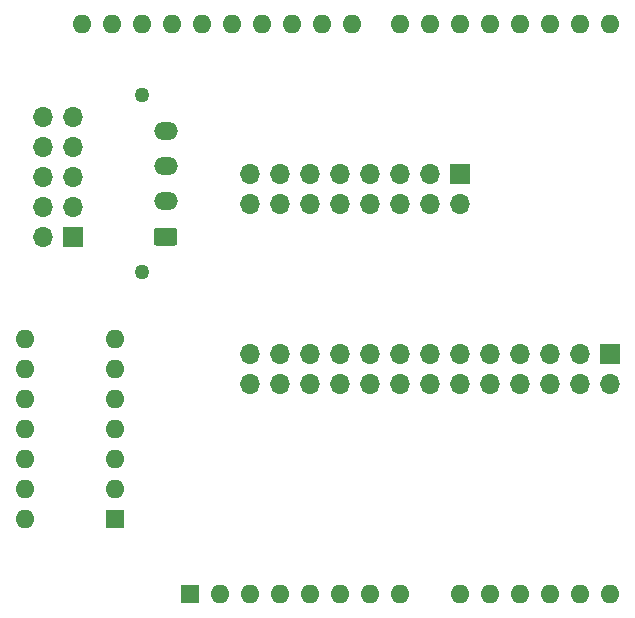
<source format=gbr>
%TF.GenerationSoftware,KiCad,Pcbnew,(5.1.8)-1*%
%TF.CreationDate,2021-08-01T10:57:51-04:00*%
%TF.ProjectId,p3_dx robot controller,70335f64-7820-4726-9f62-6f7420636f6e,rev?*%
%TF.SameCoordinates,Original*%
%TF.FileFunction,Soldermask,Top*%
%TF.FilePolarity,Negative*%
%FSLAX46Y46*%
G04 Gerber Fmt 4.6, Leading zero omitted, Abs format (unit mm)*
G04 Created by KiCad (PCBNEW (5.1.8)-1) date 2021-08-01 10:57:51*
%MOMM*%
%LPD*%
G01*
G04 APERTURE LIST*
%ADD10O,1.600000X1.600000*%
%ADD11R,1.600000X1.600000*%
%ADD12C,1.270000*%
%ADD13O,2.020000X1.500000*%
%ADD14R,1.700000X1.700000*%
%ADD15O,1.700000X1.700000*%
G04 APERTURE END LIST*
D10*
%TO.C,A1*%
X50800000Y-2540000D03*
X53340000Y-2540000D03*
X13720000Y-2540000D03*
X53340000Y-50800000D03*
X16260000Y-2540000D03*
X50800000Y-50800000D03*
X18800000Y-2540000D03*
X48260000Y-50800000D03*
X21340000Y-2540000D03*
X45720000Y-50800000D03*
X23880000Y-2540000D03*
X43180000Y-50800000D03*
X26420000Y-2540000D03*
X40640000Y-50800000D03*
X28960000Y-2540000D03*
X35560000Y-50800000D03*
X31500000Y-2540000D03*
X33020000Y-50800000D03*
X35560000Y-2540000D03*
X30480000Y-50800000D03*
X38100000Y-2540000D03*
X27940000Y-50800000D03*
X40640000Y-2540000D03*
X25400000Y-50800000D03*
X43180000Y-2540000D03*
X22860000Y-50800000D03*
X45720000Y-2540000D03*
X20320000Y-50800000D03*
X48260000Y-2540000D03*
D11*
X17780000Y-50800000D03*
D10*
X11180000Y-2540000D03*
X8640000Y-2540000D03*
%TD*%
D12*
%TO.C,P1*%
X13788000Y-23574000D03*
X13788000Y-8574000D03*
G36*
G01*
X16508000Y-21324000D02*
X14988000Y-21324000D01*
G75*
G02*
X14738000Y-21074000I0J250000D01*
G01*
X14738000Y-20074000D01*
G75*
G02*
X14988000Y-19824000I250000J0D01*
G01*
X16508000Y-19824000D01*
G75*
G02*
X16758000Y-20074000I0J-250000D01*
G01*
X16758000Y-21074000D01*
G75*
G02*
X16508000Y-21324000I-250000J0D01*
G01*
G37*
D13*
X15748000Y-17574000D03*
X15748000Y-14574000D03*
X15748000Y-11574000D03*
%TD*%
D14*
%TO.C,P2*%
X53340000Y-30480000D03*
D15*
X53340000Y-33020000D03*
X50800000Y-30480000D03*
X50800000Y-33020000D03*
X48260000Y-30480000D03*
X48260000Y-33020000D03*
X45720000Y-30480000D03*
X45720000Y-33020000D03*
X43180000Y-30480000D03*
X43180000Y-33020000D03*
X40640000Y-30480000D03*
X40640000Y-33020000D03*
X38100000Y-30480000D03*
X38100000Y-33020000D03*
X35560000Y-30480000D03*
X35560000Y-33020000D03*
X33020000Y-30480000D03*
X33020000Y-33020000D03*
X30480000Y-30480000D03*
X30480000Y-33020000D03*
X27940000Y-30480000D03*
X27940000Y-33020000D03*
X25400000Y-30480000D03*
X25400000Y-33020000D03*
X22860000Y-30480000D03*
X22860000Y-33020000D03*
%TD*%
D14*
%TO.C,P3*%
X7874000Y-20574000D03*
D15*
X5334000Y-20574000D03*
X7874000Y-18034000D03*
X5334000Y-18034000D03*
X7874000Y-15494000D03*
X5334000Y-15494000D03*
X7874000Y-12954000D03*
X5334000Y-12954000D03*
X7874000Y-10414000D03*
X5334000Y-10414000D03*
%TD*%
D14*
%TO.C,P4*%
X40640000Y-15240000D03*
D15*
X40640000Y-17780000D03*
X38100000Y-15240000D03*
X38100000Y-17780000D03*
X35560000Y-15240000D03*
X35560000Y-17780000D03*
X33020000Y-15240000D03*
X33020000Y-17780000D03*
X30480000Y-15240000D03*
X30480000Y-17780000D03*
X27940000Y-15240000D03*
X27940000Y-17780000D03*
X25400000Y-15240000D03*
X25400000Y-17780000D03*
X22860000Y-15240000D03*
X22860000Y-17780000D03*
%TD*%
D11*
%TO.C,U1*%
X11430000Y-44450000D03*
D10*
X3810000Y-29210000D03*
X11430000Y-41910000D03*
X3810000Y-31750000D03*
X11430000Y-39370000D03*
X3810000Y-34290000D03*
X11430000Y-36830000D03*
X3810000Y-36830000D03*
X11430000Y-34290000D03*
X3810000Y-39370000D03*
X11430000Y-31750000D03*
X3810000Y-41910000D03*
X11430000Y-29210000D03*
X3810000Y-44450000D03*
%TD*%
M02*

</source>
